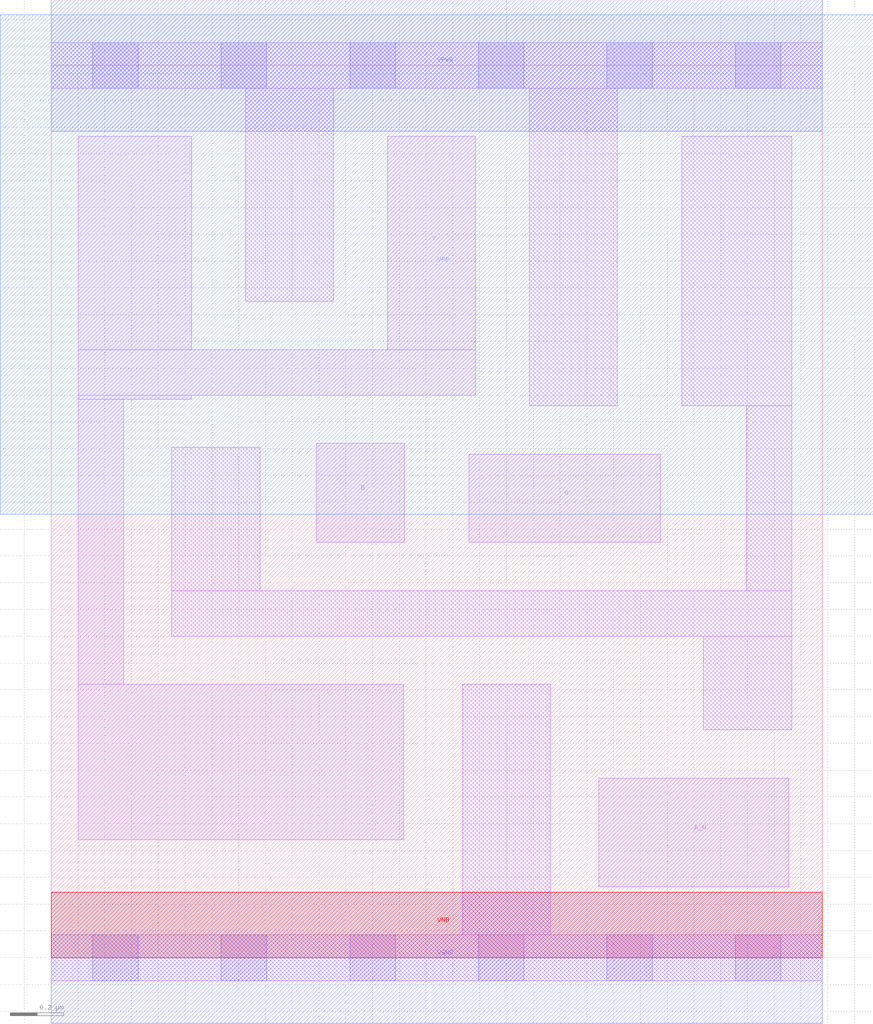
<source format=lef>
# Copyright 2020 The SkyWater PDK Authors
#
# Licensed under the Apache License, Version 2.0 (the "License");
# you may not use this file except in compliance with the License.
# You may obtain a copy of the License at
#
#     https://www.apache.org/licenses/LICENSE-2.0
#
# Unless required by applicable law or agreed to in writing, software
# distributed under the License is distributed on an "AS IS" BASIS,
# WITHOUT WARRANTIES OR CONDITIONS OF ANY KIND, either express or implied.
# See the License for the specific language governing permissions and
# limitations under the License.
#
# SPDX-License-Identifier: Apache-2.0

VERSION 5.7 ;
  NOWIREEXTENSIONATPIN ON ;
  DIVIDERCHAR "/" ;
  BUSBITCHARS "[]" ;
MACRO sky130_fd_sc_lp__nand3b_lp
  CLASS CORE ;
  FOREIGN sky130_fd_sc_lp__nand3b_lp ;
  ORIGIN  0.000000  0.000000 ;
  SIZE  2.880000 BY  3.330000 ;
  SYMMETRY X Y R90 ;
  SITE unit ;
  PIN A_N
    ANTENNAGATEAREA  0.376000 ;
    DIRECTION INPUT ;
    USE SIGNAL ;
    PORT
      LAYER li1 ;
        RECT 2.045000 0.265000 2.755000 0.670000 ;
    END
  END A_N
  PIN B
    ANTENNAGATEAREA  0.313000 ;
    DIRECTION INPUT ;
    USE SIGNAL ;
    PORT
      LAYER li1 ;
        RECT 0.990000 1.550000 1.320000 1.920000 ;
    END
  END B
  PIN C
    ANTENNAGATEAREA  0.313000 ;
    DIRECTION INPUT ;
    USE SIGNAL ;
    PORT
      LAYER li1 ;
        RECT 1.560000 1.550000 2.275000 1.880000 ;
    END
  END C
  PIN Y
    ANTENNADIFFAREA  0.684700 ;
    DIRECTION OUTPUT ;
    USE SIGNAL ;
    PORT
      LAYER li1 ;
        RECT 0.100000 0.440000 1.315000 1.020000 ;
        RECT 0.100000 1.020000 0.270000 2.085000 ;
        RECT 0.100000 2.085000 0.525000 2.100000 ;
        RECT 0.100000 2.100000 1.585000 2.270000 ;
        RECT 0.100000 2.270000 0.525000 3.065000 ;
        RECT 1.255000 2.270000 1.585000 3.065000 ;
    END
  END Y
  PIN VGND
    DIRECTION INOUT ;
    USE GROUND ;
    PORT
      LAYER met1 ;
        RECT 0.000000 -0.245000 2.880000 0.245000 ;
    END
  END VGND
  PIN VNB
    DIRECTION INOUT ;
    USE GROUND ;
    PORT
      LAYER pwell ;
        RECT 0.000000 0.000000 2.880000 0.245000 ;
    END
  END VNB
  PIN VPB
    DIRECTION INOUT ;
    USE POWER ;
    PORT
      LAYER nwell ;
        RECT -0.190000 1.655000 3.070000 3.520000 ;
    END
  END VPB
  PIN VPWR
    DIRECTION INOUT ;
    USE POWER ;
    PORT
      LAYER met1 ;
        RECT 0.000000 3.085000 2.880000 3.575000 ;
    END
  END VPWR
  OBS
    LAYER li1 ;
      RECT 0.000000 -0.085000 2.880000 0.085000 ;
      RECT 0.000000  3.245000 2.880000 3.415000 ;
      RECT 0.450000  1.200000 2.765000 1.370000 ;
      RECT 0.450000  1.370000 0.780000 1.905000 ;
      RECT 0.725000  2.450000 1.055000 3.245000 ;
      RECT 1.535000  0.085000 1.865000 1.020000 ;
      RECT 1.785000  2.060000 2.115000 3.245000 ;
      RECT 2.355000  2.060000 2.765000 3.065000 ;
      RECT 2.435000  0.850000 2.765000 1.200000 ;
      RECT 2.595000  1.370000 2.765000 2.060000 ;
    LAYER mcon ;
      RECT 0.155000 -0.085000 0.325000 0.085000 ;
      RECT 0.155000  3.245000 0.325000 3.415000 ;
      RECT 0.635000 -0.085000 0.805000 0.085000 ;
      RECT 0.635000  3.245000 0.805000 3.415000 ;
      RECT 1.115000 -0.085000 1.285000 0.085000 ;
      RECT 1.115000  3.245000 1.285000 3.415000 ;
      RECT 1.595000 -0.085000 1.765000 0.085000 ;
      RECT 1.595000  3.245000 1.765000 3.415000 ;
      RECT 2.075000 -0.085000 2.245000 0.085000 ;
      RECT 2.075000  3.245000 2.245000 3.415000 ;
      RECT 2.555000 -0.085000 2.725000 0.085000 ;
      RECT 2.555000  3.245000 2.725000 3.415000 ;
  END
END sky130_fd_sc_lp__nand3b_lp
END LIBRARY

</source>
